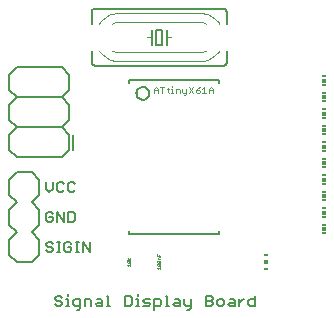
<source format=gto>
G75*
G70*
%OFA0B0*%
%FSLAX24Y24*%
%IPPOS*%
%LPD*%
%AMOC8*
5,1,8,0,0,1.08239X$1,22.5*
%
%ADD10C,0.0060*%
%ADD11C,0.0040*%
%ADD12C,0.0020*%
%ADD13C,0.0080*%
%ADD14R,0.0118X0.0059*%
%ADD15R,0.0118X0.0118*%
D10*
X002603Y000755D02*
X002547Y000812D01*
X002603Y000755D02*
X002717Y000755D01*
X002774Y000812D01*
X002774Y000868D01*
X002717Y000925D01*
X002603Y000925D01*
X002547Y000982D01*
X002547Y001039D01*
X002603Y001095D01*
X002717Y001095D01*
X002774Y001039D01*
X002915Y000982D02*
X002972Y000982D01*
X002972Y000755D01*
X003028Y000755D02*
X002915Y000755D01*
X003161Y000812D02*
X003217Y000755D01*
X003387Y000755D01*
X003387Y000698D02*
X003387Y000982D01*
X003217Y000982D01*
X003161Y000925D01*
X003161Y000812D01*
X003274Y000642D02*
X003331Y000642D01*
X003387Y000698D01*
X003529Y000755D02*
X003529Y000982D01*
X003699Y000982D01*
X003756Y000925D01*
X003756Y000755D01*
X003897Y000812D02*
X003954Y000868D01*
X004124Y000868D01*
X004124Y000925D02*
X004124Y000755D01*
X003954Y000755D01*
X003897Y000812D01*
X003954Y000982D02*
X004067Y000982D01*
X004124Y000925D01*
X004265Y000755D02*
X004379Y000755D01*
X004322Y000755D02*
X004322Y001095D01*
X004265Y001095D01*
X004879Y001095D02*
X004879Y000755D01*
X005049Y000755D01*
X005106Y000812D01*
X005106Y001039D01*
X005049Y001095D01*
X004879Y001095D01*
X005248Y000982D02*
X005304Y000982D01*
X005304Y000755D01*
X005248Y000755D02*
X005361Y000755D01*
X005493Y000755D02*
X005663Y000755D01*
X005720Y000812D01*
X005663Y000868D01*
X005550Y000868D01*
X005493Y000925D01*
X005550Y000982D01*
X005720Y000982D01*
X005861Y000982D02*
X006032Y000982D01*
X006088Y000925D01*
X006088Y000812D01*
X006032Y000755D01*
X005861Y000755D01*
X005861Y000642D02*
X005861Y000982D01*
X006230Y001095D02*
X006287Y001095D01*
X006287Y000755D01*
X006343Y000755D02*
X006230Y000755D01*
X006475Y000812D02*
X006532Y000868D01*
X006702Y000868D01*
X006702Y000925D02*
X006702Y000755D01*
X006532Y000755D01*
X006475Y000812D01*
X006532Y000982D02*
X006645Y000982D01*
X006702Y000925D01*
X006844Y000982D02*
X006844Y000812D01*
X006900Y000755D01*
X007071Y000755D01*
X007071Y000698D02*
X007014Y000642D01*
X006957Y000642D01*
X007071Y000698D02*
X007071Y000982D01*
X007580Y000925D02*
X007750Y000925D01*
X007807Y000868D01*
X007807Y000812D01*
X007750Y000755D01*
X007580Y000755D01*
X007580Y001095D01*
X007750Y001095D01*
X007807Y001039D01*
X007807Y000982D01*
X007750Y000925D01*
X007949Y000925D02*
X007949Y000812D01*
X008005Y000755D01*
X008119Y000755D01*
X008175Y000812D01*
X008175Y000925D01*
X008119Y000982D01*
X008005Y000982D01*
X007949Y000925D01*
X008317Y000812D02*
X008374Y000755D01*
X008544Y000755D01*
X008544Y000925D01*
X008487Y000982D01*
X008374Y000982D01*
X008374Y000868D02*
X008544Y000868D01*
X008374Y000868D02*
X008317Y000812D01*
X008685Y000868D02*
X008799Y000982D01*
X008855Y000982D01*
X008992Y000925D02*
X009049Y000982D01*
X009219Y000982D01*
X009219Y001095D02*
X009219Y000755D01*
X009049Y000755D01*
X008992Y000812D01*
X008992Y000925D01*
X008685Y000982D02*
X008685Y000755D01*
X005304Y001095D02*
X005304Y001152D01*
X003701Y002555D02*
X003701Y002895D01*
X003474Y002895D02*
X003701Y002555D01*
X003474Y002555D02*
X003474Y002895D01*
X003342Y002895D02*
X003229Y002895D01*
X003286Y002895D02*
X003286Y002555D01*
X003342Y002555D02*
X003229Y002555D01*
X003087Y002612D02*
X003087Y002725D01*
X002974Y002725D01*
X003087Y002612D02*
X003031Y002555D01*
X002917Y002555D01*
X002861Y002612D01*
X002861Y002839D01*
X002917Y002895D01*
X003031Y002895D01*
X003087Y002839D01*
X002728Y002895D02*
X002615Y002895D01*
X002672Y002895D02*
X002672Y002555D01*
X002728Y002555D02*
X002615Y002555D01*
X002474Y002612D02*
X002474Y002668D01*
X002417Y002725D01*
X002303Y002725D01*
X002247Y002782D01*
X002247Y002839D01*
X002303Y002895D01*
X002417Y002895D01*
X002474Y002839D01*
X002474Y002612D02*
X002417Y002555D01*
X002303Y002555D01*
X002247Y002612D01*
X002303Y003555D02*
X002417Y003555D01*
X002474Y003612D01*
X002474Y003725D01*
X002360Y003725D01*
X002247Y003612D02*
X002303Y003555D01*
X002247Y003612D02*
X002247Y003839D01*
X002303Y003895D01*
X002417Y003895D01*
X002474Y003839D01*
X002615Y003895D02*
X002842Y003555D01*
X002842Y003895D01*
X002983Y003895D02*
X003153Y003895D01*
X003210Y003839D01*
X003210Y003612D01*
X003153Y003555D01*
X002983Y003555D01*
X002983Y003895D01*
X002615Y003895D02*
X002615Y003555D01*
X002672Y004555D02*
X002615Y004612D01*
X002615Y004839D01*
X002672Y004895D01*
X002785Y004895D01*
X002842Y004839D01*
X002983Y004839D02*
X002983Y004612D01*
X003040Y004555D01*
X003153Y004555D01*
X003210Y004612D01*
X003210Y004839D02*
X003153Y004895D01*
X003040Y004895D01*
X002983Y004839D01*
X002842Y004612D02*
X002785Y004555D01*
X002672Y004555D01*
X002474Y004668D02*
X002360Y004555D01*
X002247Y004668D01*
X002247Y004895D01*
X002474Y004895D02*
X002474Y004668D01*
X002972Y001152D02*
X002972Y001095D01*
X003867Y008775D02*
X008167Y008775D01*
X008184Y008777D01*
X008201Y008781D01*
X008217Y008788D01*
X008231Y008798D01*
X008244Y008811D01*
X008254Y008825D01*
X008261Y008841D01*
X008265Y008858D01*
X008267Y008875D01*
X008267Y009275D01*
X008267Y010175D02*
X008267Y010575D01*
X008265Y010592D01*
X008261Y010609D01*
X008254Y010625D01*
X008244Y010639D01*
X008231Y010652D01*
X008217Y010662D01*
X008201Y010669D01*
X008184Y010673D01*
X008167Y010675D01*
X003867Y010675D01*
X003850Y010673D01*
X003833Y010669D01*
X003817Y010662D01*
X003803Y010652D01*
X003790Y010639D01*
X003780Y010625D01*
X003773Y010609D01*
X003769Y010592D01*
X003767Y010575D01*
X003767Y010175D01*
X003767Y009275D02*
X003767Y008875D01*
X003769Y008858D01*
X003773Y008841D01*
X003780Y008825D01*
X003790Y008811D01*
X003803Y008798D01*
X003817Y008788D01*
X003833Y008781D01*
X003850Y008777D01*
X003867Y008775D01*
X005767Y009475D02*
X005767Y009725D01*
X005767Y009975D01*
X005917Y009975D02*
X006117Y009975D01*
X006117Y009475D01*
X005917Y009475D01*
X005917Y009975D01*
X006267Y009975D02*
X006267Y009725D01*
X006267Y009475D01*
D11*
X006459Y008079D02*
X006459Y008045D01*
X006459Y007978D02*
X006459Y007845D01*
X006426Y007845D02*
X006493Y007845D01*
X006573Y007845D02*
X006573Y007978D01*
X006673Y007978D01*
X006707Y007945D01*
X006707Y007845D01*
X006794Y007878D02*
X006794Y007978D01*
X006794Y007878D02*
X006828Y007845D01*
X006928Y007845D01*
X006928Y007812D02*
X006894Y007778D01*
X006861Y007778D01*
X006928Y007812D02*
X006928Y007978D01*
X007015Y008045D02*
X007149Y007845D01*
X007236Y007878D02*
X007236Y007945D01*
X007336Y007945D01*
X007370Y007912D01*
X007370Y007878D01*
X007336Y007845D01*
X007270Y007845D01*
X007236Y007878D01*
X007236Y007945D02*
X007303Y008012D01*
X007370Y008045D01*
X007457Y007978D02*
X007524Y008045D01*
X007524Y007845D01*
X007457Y007845D02*
X007591Y007845D01*
X007678Y007845D02*
X007678Y007978D01*
X007745Y008045D01*
X007812Y007978D01*
X007812Y007845D01*
X007812Y007945D02*
X007678Y007945D01*
X007149Y008045D02*
X007015Y007845D01*
X006459Y007978D02*
X006426Y007978D01*
X006345Y007978D02*
X006279Y007978D01*
X006312Y008012D02*
X006312Y007878D01*
X006345Y007845D01*
X006124Y007845D02*
X006124Y008045D01*
X006058Y008045D02*
X006191Y008045D01*
X005970Y007978D02*
X005970Y007845D01*
X005970Y007945D02*
X005837Y007945D01*
X005837Y007978D02*
X005903Y008045D01*
X005970Y007978D01*
X005837Y007978D02*
X005837Y007845D01*
D12*
X004667Y008925D02*
X007367Y008925D01*
X007367Y009225D02*
X004667Y009225D01*
X004629Y009226D01*
X004592Y009231D01*
X004555Y009238D01*
X004519Y009247D01*
X004483Y009260D01*
X004449Y009275D01*
X004667Y008925D02*
X004611Y008927D01*
X004556Y008933D01*
X004501Y008942D01*
X004447Y008956D01*
X004394Y008973D01*
X004343Y008994D01*
X004293Y009018D01*
X004245Y009046D01*
X004198Y009077D01*
X004155Y009111D01*
X004113Y009148D01*
X004074Y009188D01*
X004038Y009230D01*
X004006Y009275D01*
X004449Y010175D02*
X004483Y010190D01*
X004519Y010203D01*
X004555Y010212D01*
X004592Y010219D01*
X004629Y010224D01*
X004667Y010225D01*
X007367Y010225D01*
X007367Y010525D02*
X004667Y010525D01*
X004611Y010523D01*
X004556Y010517D01*
X004501Y010508D01*
X004447Y010494D01*
X004394Y010477D01*
X004343Y010456D01*
X004293Y010432D01*
X004245Y010404D01*
X004198Y010373D01*
X004154Y010339D01*
X004113Y010302D01*
X004074Y010262D01*
X004038Y010220D01*
X004006Y010175D01*
X005617Y009725D02*
X005767Y009725D01*
X006267Y009725D02*
X006417Y009725D01*
X007367Y008925D02*
X007423Y008927D01*
X007478Y008933D01*
X007533Y008942D01*
X007587Y008956D01*
X007640Y008973D01*
X007691Y008994D01*
X007741Y009018D01*
X007789Y009046D01*
X007836Y009077D01*
X007880Y009111D01*
X007921Y009148D01*
X007960Y009188D01*
X007996Y009230D01*
X008028Y009275D01*
X008028Y010175D02*
X007996Y010220D01*
X007960Y010262D01*
X007921Y010302D01*
X007879Y010339D01*
X007836Y010373D01*
X007789Y010404D01*
X007741Y010432D01*
X007691Y010456D01*
X007640Y010477D01*
X007587Y010494D01*
X007533Y010508D01*
X007478Y010517D01*
X007423Y010523D01*
X007367Y010525D01*
X007367Y010225D02*
X007405Y010224D01*
X007442Y010219D01*
X007479Y010212D01*
X007515Y010203D01*
X007551Y010190D01*
X007585Y010175D01*
X007585Y009275D02*
X007551Y009260D01*
X007515Y009247D01*
X007479Y009238D01*
X007442Y009231D01*
X007405Y009226D01*
X007367Y009225D01*
X005957Y002494D02*
X005957Y002427D01*
X006057Y002427D01*
X006057Y002383D02*
X006007Y002383D01*
X005990Y002367D01*
X005990Y002316D01*
X006057Y002316D01*
X006040Y002273D02*
X006057Y002256D01*
X006057Y002223D01*
X006040Y002206D01*
X005973Y002273D01*
X006040Y002273D01*
X005973Y002273D02*
X005957Y002256D01*
X005957Y002223D01*
X005973Y002206D01*
X006040Y002206D01*
X006040Y002162D02*
X006057Y002146D01*
X006057Y002112D01*
X006040Y002095D01*
X005973Y002162D01*
X006040Y002162D01*
X006040Y002095D02*
X005973Y002095D01*
X005957Y002112D01*
X005957Y002146D01*
X005973Y002162D01*
X006057Y002052D02*
X006057Y001985D01*
X006057Y002018D02*
X005957Y002018D01*
X005990Y001985D01*
X006007Y002427D02*
X006007Y002460D01*
X005057Y002356D02*
X005023Y002306D01*
X004990Y002356D01*
X004957Y002306D02*
X005057Y002306D01*
X005040Y002262D02*
X005057Y002246D01*
X005057Y002212D01*
X005040Y002195D01*
X004973Y002262D01*
X005040Y002262D01*
X005040Y002195D02*
X004973Y002195D01*
X004957Y002212D01*
X004957Y002246D01*
X004973Y002262D01*
X005057Y002152D02*
X005057Y002085D01*
X005057Y002118D02*
X004957Y002118D01*
X004990Y002085D01*
D13*
X005021Y003166D02*
X005021Y003264D01*
X005021Y003166D02*
X008013Y003166D01*
X008013Y003264D01*
X003149Y005975D02*
X003149Y006475D01*
X003017Y006475D02*
X003017Y005975D01*
X002767Y005725D01*
X001267Y005725D01*
X001017Y005975D01*
X001017Y006475D01*
X001267Y006725D01*
X002767Y006725D01*
X003017Y006975D01*
X003017Y007475D01*
X002767Y007725D01*
X001267Y007725D01*
X001017Y007975D01*
X001017Y008475D01*
X001267Y008725D01*
X002767Y008725D01*
X003017Y008475D01*
X003017Y007975D01*
X002767Y007725D01*
X002767Y006725D02*
X003017Y006475D01*
X001767Y005225D02*
X002017Y004975D01*
X002017Y004475D01*
X001767Y004225D01*
X002017Y003975D01*
X002017Y003475D01*
X001767Y003225D01*
X002017Y002975D01*
X002017Y002475D01*
X001767Y002225D01*
X001267Y002225D01*
X001017Y002475D01*
X001017Y002975D01*
X001267Y003225D01*
X001017Y003475D01*
X001017Y003975D01*
X001267Y004225D01*
X001017Y004475D01*
X001017Y004975D01*
X001267Y005225D01*
X001767Y005225D01*
X001267Y006725D02*
X001017Y006975D01*
X001017Y007475D01*
X001267Y007725D01*
X005021Y008186D02*
X005021Y008284D01*
X008013Y008284D01*
X008013Y008186D01*
X005260Y007851D02*
X005262Y007880D01*
X005268Y007908D01*
X005278Y007936D01*
X005291Y007962D01*
X005308Y007985D01*
X005328Y008007D01*
X005350Y008025D01*
X005375Y008040D01*
X005402Y008052D01*
X005430Y008060D01*
X005458Y008064D01*
X005488Y008064D01*
X005516Y008060D01*
X005544Y008052D01*
X005571Y008040D01*
X005596Y008025D01*
X005618Y008007D01*
X005638Y007985D01*
X005655Y007962D01*
X005668Y007936D01*
X005678Y007908D01*
X005684Y007880D01*
X005686Y007851D01*
X005684Y007822D01*
X005678Y007794D01*
X005668Y007766D01*
X005655Y007740D01*
X005638Y007717D01*
X005618Y007695D01*
X005596Y007677D01*
X005571Y007662D01*
X005544Y007650D01*
X005516Y007642D01*
X005488Y007638D01*
X005458Y007638D01*
X005430Y007642D01*
X005402Y007650D01*
X005375Y007662D01*
X005350Y007677D01*
X005328Y007695D01*
X005308Y007717D01*
X005291Y007740D01*
X005278Y007766D01*
X005268Y007794D01*
X005262Y007822D01*
X005260Y007851D01*
D14*
X011526Y007873D03*
X011526Y007577D03*
X011526Y007323D03*
X011526Y007027D03*
X011526Y006773D03*
X011526Y006477D03*
X011526Y006223D03*
X011526Y005927D03*
X011526Y005673D03*
X011526Y005377D03*
X011526Y005123D03*
X011526Y004827D03*
X011526Y004573D03*
X011526Y004277D03*
X011526Y004023D03*
X011526Y003727D03*
X011526Y003473D03*
X011526Y003177D03*
X009576Y002461D03*
X009576Y001989D03*
X011526Y008127D03*
X011526Y008423D03*
D15*
X011526Y008275D03*
X011526Y007725D03*
X011526Y007175D03*
X011526Y006625D03*
X011526Y006075D03*
X011526Y005525D03*
X011526Y004975D03*
X011526Y004425D03*
X011526Y003875D03*
X011526Y003325D03*
X009576Y002225D03*
M02*

</source>
